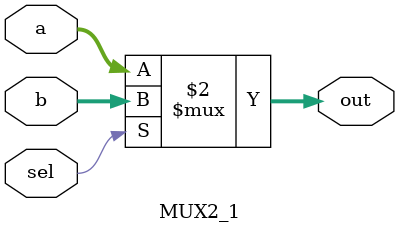
<source format=sv>
`timescale 1ns / 1ps


module MUX2_1(
    input [31:0] a,
    input [31:0] b,
    input sel,
    output [31:0] out
    );
    // select a when sel is 0, b when sel is 1
   assign out = (~sel)? a : b ;    
endmodule

</source>
